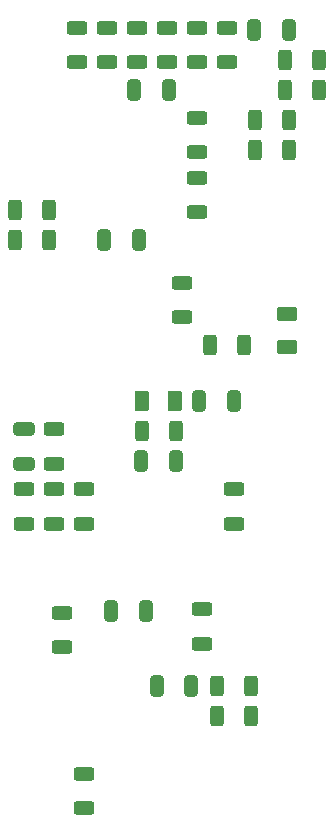
<source format=gbr>
%TF.GenerationSoftware,KiCad,Pcbnew,(6.0.5)*%
%TF.CreationDate,2023-02-14T12:04:11-05:00*%
%TF.ProjectId,vco2,76636f32-2e6b-4696-9361-645f70636258,rev?*%
%TF.SameCoordinates,Original*%
%TF.FileFunction,Paste,Top*%
%TF.FilePolarity,Positive*%
%FSLAX46Y46*%
G04 Gerber Fmt 4.6, Leading zero omitted, Abs format (unit mm)*
G04 Created by KiCad (PCBNEW (6.0.5)) date 2023-02-14 12:04:11*
%MOMM*%
%LPD*%
G01*
G04 APERTURE LIST*
G04 Aperture macros list*
%AMRoundRect*
0 Rectangle with rounded corners*
0 $1 Rounding radius*
0 $2 $3 $4 $5 $6 $7 $8 $9 X,Y pos of 4 corners*
0 Add a 4 corners polygon primitive as box body*
4,1,4,$2,$3,$4,$5,$6,$7,$8,$9,$2,$3,0*
0 Add four circle primitives for the rounded corners*
1,1,$1+$1,$2,$3*
1,1,$1+$1,$4,$5*
1,1,$1+$1,$6,$7*
1,1,$1+$1,$8,$9*
0 Add four rect primitives between the rounded corners*
20,1,$1+$1,$2,$3,$4,$5,0*
20,1,$1+$1,$4,$5,$6,$7,0*
20,1,$1+$1,$6,$7,$8,$9,0*
20,1,$1+$1,$8,$9,$2,$3,0*%
G04 Aperture macros list end*
%ADD10RoundRect,0.250000X-0.312500X-0.625000X0.312500X-0.625000X0.312500X0.625000X-0.312500X0.625000X0*%
%ADD11RoundRect,0.250000X0.625000X-0.312500X0.625000X0.312500X-0.625000X0.312500X-0.625000X-0.312500X0*%
%ADD12RoundRect,0.250000X0.312500X0.625000X-0.312500X0.625000X-0.312500X-0.625000X0.312500X-0.625000X0*%
%ADD13RoundRect,0.250000X-0.375000X-0.625000X0.375000X-0.625000X0.375000X0.625000X-0.375000X0.625000X0*%
%ADD14RoundRect,0.250000X0.325000X0.650000X-0.325000X0.650000X-0.325000X-0.650000X0.325000X-0.650000X0*%
%ADD15RoundRect,0.250000X-0.325000X-0.650000X0.325000X-0.650000X0.325000X0.650000X-0.325000X0.650000X0*%
%ADD16RoundRect,0.250000X0.650000X-0.325000X0.650000X0.325000X-0.650000X0.325000X-0.650000X-0.325000X0*%
%ADD17RoundRect,0.250000X-0.625000X0.375000X-0.625000X-0.375000X0.625000X-0.375000X0.625000X0.375000X0*%
%ADD18RoundRect,0.250000X-0.625000X0.312500X-0.625000X-0.312500X0.625000X-0.312500X0.625000X0.312500X0*%
G04 APERTURE END LIST*
D10*
%TO.C,R71*%
X123665000Y-71460000D03*
X126590000Y-71460000D03*
%TD*%
D11*
%TO.C,R15*%
X108617500Y-64032500D03*
X108617500Y-61107500D03*
%TD*%
D10*
%TO.C,R20*%
X120457500Y-119380000D03*
X123382500Y-119380000D03*
%TD*%
D12*
%TO.C,R57*%
X129130000Y-63840000D03*
X126205000Y-63840000D03*
%TD*%
D11*
%TO.C,R47*%
X109210000Y-103072500D03*
X109210000Y-100147500D03*
%TD*%
%TO.C,R17*%
X117507500Y-85622500D03*
X117507500Y-82697500D03*
%TD*%
D12*
%TO.C,R65*%
X129130000Y-66380000D03*
X126205000Y-66380000D03*
%TD*%
D11*
%TO.C,R34*%
X104130000Y-103072500D03*
X104130000Y-100147500D03*
%TD*%
D12*
%TO.C,R9*%
X122780000Y-87970000D03*
X119855000Y-87970000D03*
%TD*%
D13*
%TO.C,D2*%
X114160000Y-92720000D03*
X116960000Y-92720000D03*
%TD*%
D11*
%TO.C,R46*%
X106670000Y-103072500D03*
X106670000Y-100147500D03*
%TD*%
D14*
%TO.C,C6*%
X114495000Y-110500000D03*
X111545000Y-110500000D03*
%TD*%
D11*
%TO.C,R50*%
X107347500Y-113562500D03*
X107347500Y-110637500D03*
%TD*%
%TO.C,R10*%
X118777500Y-64032500D03*
X118777500Y-61107500D03*
%TD*%
%TO.C,R27*%
X116237500Y-64032500D03*
X116237500Y-61107500D03*
%TD*%
D15*
%TO.C,C19*%
X113492500Y-66380000D03*
X116442500Y-66380000D03*
%TD*%
D11*
%TO.C,R66*%
X106670000Y-97992500D03*
X106670000Y-95067500D03*
%TD*%
D16*
%TO.C,C5*%
X104130000Y-98005000D03*
X104130000Y-95055000D03*
%TD*%
D12*
%TO.C,R31*%
X106270000Y-76540000D03*
X103345000Y-76540000D03*
%TD*%
D15*
%TO.C,C3*%
X110952500Y-79080000D03*
X113902500Y-79080000D03*
%TD*%
D14*
%TO.C,C18*%
X117035000Y-97800000D03*
X114085000Y-97800000D03*
%TD*%
D10*
%TO.C,R30*%
X103345000Y-79080000D03*
X106270000Y-79080000D03*
%TD*%
D11*
%TO.C,R18*%
X111157500Y-64032500D03*
X111157500Y-61107500D03*
%TD*%
%TO.C,R8*%
X121317500Y-64032500D03*
X121317500Y-61107500D03*
%TD*%
D17*
%TO.C,D1*%
X126397500Y-85300000D03*
X126397500Y-88100000D03*
%TD*%
D14*
%TO.C,C8*%
X126602500Y-61300000D03*
X123652500Y-61300000D03*
%TD*%
D10*
%TO.C,R56*%
X123665000Y-68920000D03*
X126590000Y-68920000D03*
%TD*%
D14*
%TO.C,C1*%
X118315000Y-116840000D03*
X115365000Y-116840000D03*
%TD*%
D18*
%TO.C,R6*%
X109220000Y-124267500D03*
X109220000Y-127192500D03*
%TD*%
D11*
%TO.C,R19*%
X118777500Y-71652500D03*
X118777500Y-68727500D03*
%TD*%
D15*
%TO.C,C17*%
X118972500Y-92720000D03*
X121922500Y-92720000D03*
%TD*%
D10*
%TO.C,R12*%
X120457500Y-116840000D03*
X123382500Y-116840000D03*
%TD*%
D11*
%TO.C,R70*%
X119177500Y-113232500D03*
X119177500Y-110307500D03*
%TD*%
%TO.C,R28*%
X118777500Y-76732500D03*
X118777500Y-73807500D03*
%TD*%
%TO.C,R23*%
X113697500Y-64032500D03*
X113697500Y-61107500D03*
%TD*%
%TO.C,R42*%
X121910000Y-103072500D03*
X121910000Y-100147500D03*
%TD*%
D10*
%TO.C,R69*%
X114097500Y-95260000D03*
X117022500Y-95260000D03*
%TD*%
M02*

</source>
